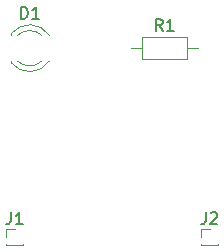
<source format=gbr>
%TF.GenerationSoftware,KiCad,Pcbnew,8.0.4*%
%TF.CreationDate,2024-09-03T13:19:50-07:00*%
%TF.ProjectId,3sept24 TH LED N RESISTOR,33736570-7432-4342-9054-48204c454420,rev?*%
%TF.SameCoordinates,Original*%
%TF.FileFunction,Legend,Top*%
%TF.FilePolarity,Positive*%
%FSLAX46Y46*%
G04 Gerber Fmt 4.6, Leading zero omitted, Abs format (unit mm)*
G04 Created by KiCad (PCBNEW 8.0.4) date 2024-09-03 13:19:50*
%MOMM*%
%LPD*%
G01*
G04 APERTURE LIST*
%ADD10C,0.150000*%
%ADD11C,0.120000*%
G04 APERTURE END LIST*
D10*
X142023333Y-89534819D02*
X141690000Y-89058628D01*
X141451905Y-89534819D02*
X141451905Y-88534819D01*
X141451905Y-88534819D02*
X141832857Y-88534819D01*
X141832857Y-88534819D02*
X141928095Y-88582438D01*
X141928095Y-88582438D02*
X141975714Y-88630057D01*
X141975714Y-88630057D02*
X142023333Y-88725295D01*
X142023333Y-88725295D02*
X142023333Y-88868152D01*
X142023333Y-88868152D02*
X141975714Y-88963390D01*
X141975714Y-88963390D02*
X141928095Y-89011009D01*
X141928095Y-89011009D02*
X141832857Y-89058628D01*
X141832857Y-89058628D02*
X141451905Y-89058628D01*
X142975714Y-89534819D02*
X142404286Y-89534819D01*
X142690000Y-89534819D02*
X142690000Y-88534819D01*
X142690000Y-88534819D02*
X142594762Y-88677676D01*
X142594762Y-88677676D02*
X142499524Y-88772914D01*
X142499524Y-88772914D02*
X142404286Y-88820533D01*
X130031905Y-88494819D02*
X130031905Y-87494819D01*
X130031905Y-87494819D02*
X130270000Y-87494819D01*
X130270000Y-87494819D02*
X130412857Y-87542438D01*
X130412857Y-87542438D02*
X130508095Y-87637676D01*
X130508095Y-87637676D02*
X130555714Y-87732914D01*
X130555714Y-87732914D02*
X130603333Y-87923390D01*
X130603333Y-87923390D02*
X130603333Y-88066247D01*
X130603333Y-88066247D02*
X130555714Y-88256723D01*
X130555714Y-88256723D02*
X130508095Y-88351961D01*
X130508095Y-88351961D02*
X130412857Y-88447200D01*
X130412857Y-88447200D02*
X130270000Y-88494819D01*
X130270000Y-88494819D02*
X130031905Y-88494819D01*
X131555714Y-88494819D02*
X130984286Y-88494819D01*
X131270000Y-88494819D02*
X131270000Y-87494819D01*
X131270000Y-87494819D02*
X131174762Y-87637676D01*
X131174762Y-87637676D02*
X131079524Y-87732914D01*
X131079524Y-87732914D02*
X130984286Y-87780533D01*
X129166666Y-104894819D02*
X129166666Y-105609104D01*
X129166666Y-105609104D02*
X129119047Y-105751961D01*
X129119047Y-105751961D02*
X129023809Y-105847200D01*
X129023809Y-105847200D02*
X128880952Y-105894819D01*
X128880952Y-105894819D02*
X128785714Y-105894819D01*
X130166666Y-105894819D02*
X129595238Y-105894819D01*
X129880952Y-105894819D02*
X129880952Y-104894819D01*
X129880952Y-104894819D02*
X129785714Y-105037676D01*
X129785714Y-105037676D02*
X129690476Y-105132914D01*
X129690476Y-105132914D02*
X129595238Y-105180533D01*
X145666666Y-104894819D02*
X145666666Y-105609104D01*
X145666666Y-105609104D02*
X145619047Y-105751961D01*
X145619047Y-105751961D02*
X145523809Y-105847200D01*
X145523809Y-105847200D02*
X145380952Y-105894819D01*
X145380952Y-105894819D02*
X145285714Y-105894819D01*
X146095238Y-104990057D02*
X146142857Y-104942438D01*
X146142857Y-104942438D02*
X146238095Y-104894819D01*
X146238095Y-104894819D02*
X146476190Y-104894819D01*
X146476190Y-104894819D02*
X146571428Y-104942438D01*
X146571428Y-104942438D02*
X146619047Y-104990057D01*
X146619047Y-104990057D02*
X146666666Y-105085295D01*
X146666666Y-105085295D02*
X146666666Y-105180533D01*
X146666666Y-105180533D02*
X146619047Y-105323390D01*
X146619047Y-105323390D02*
X146047619Y-105894819D01*
X146047619Y-105894819D02*
X146666666Y-105894819D01*
D11*
%TO.C,R1*%
X139320000Y-91000000D02*
X140270000Y-91000000D01*
X140270000Y-90080000D02*
X140270000Y-91920000D01*
X140270000Y-91920000D02*
X144110000Y-91920000D01*
X144110000Y-90080000D02*
X140270000Y-90080000D01*
X144110000Y-91920000D02*
X144110000Y-90080000D01*
X145060000Y-91000000D02*
X144110000Y-91000000D01*
%TO.C,D1*%
X129210000Y-89764000D02*
X129210000Y-89920000D01*
X129210000Y-92080000D02*
X129210000Y-92236000D01*
X129210000Y-89764484D02*
G75*
G02*
X132442335Y-89921392I1560000J-1235516D01*
G01*
X129729039Y-89920000D02*
G75*
G02*
X131811130Y-89920163I1040961J-1080000D01*
G01*
X131811130Y-92079837D02*
G75*
G02*
X129729039Y-92080000I-1041130J1079837D01*
G01*
X132442335Y-92078608D02*
G75*
G02*
X129210000Y-92235516I-1672335J1078608D01*
G01*
%TO.C,J1*%
X128805000Y-106315000D02*
X129500000Y-106315000D01*
X128805000Y-107000000D02*
X128805000Y-106315000D01*
X128805000Y-107685000D02*
X128805000Y-107560000D01*
X128805000Y-107685000D02*
X128891724Y-107685000D01*
X128805000Y-107685000D02*
X130195000Y-107685000D01*
X130108276Y-107685000D02*
X130195000Y-107685000D01*
X130195000Y-107685000D02*
X130195000Y-107560000D01*
%TO.C,J2*%
X145305000Y-106315000D02*
X146000000Y-106315000D01*
X145305000Y-107000000D02*
X145305000Y-106315000D01*
X145305000Y-107685000D02*
X145305000Y-107560000D01*
X145305000Y-107685000D02*
X145391724Y-107685000D01*
X145305000Y-107685000D02*
X146695000Y-107685000D01*
X146608276Y-107685000D02*
X146695000Y-107685000D01*
X146695000Y-107685000D02*
X146695000Y-107560000D01*
%TD*%
M02*

</source>
